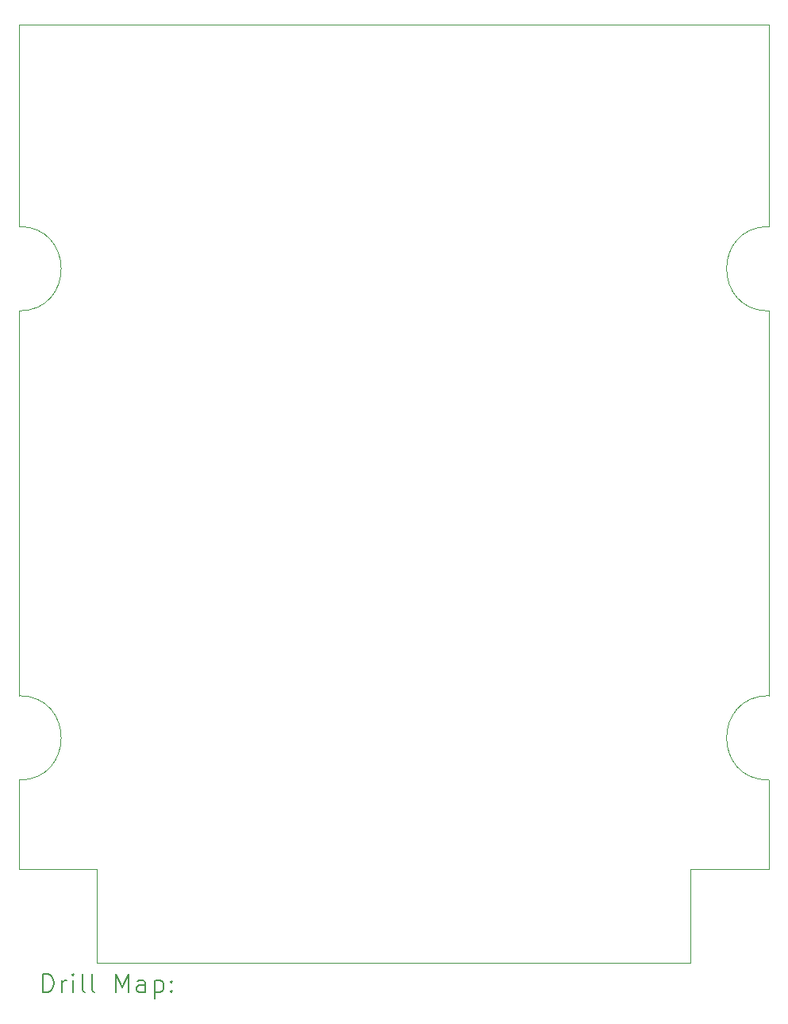
<source format=gbr>
%TF.GenerationSoftware,KiCad,Pcbnew,(6.0.9)*%
%TF.CreationDate,2023-08-23T21:36:40+02:00*%
%TF.ProjectId,p2000t-slot2-datacartridge,70323030-3074-42d7-936c-6f74322d6461,rev?*%
%TF.SameCoordinates,Original*%
%TF.FileFunction,Drillmap*%
%TF.FilePolarity,Positive*%
%FSLAX45Y45*%
G04 Gerber Fmt 4.5, Leading zero omitted, Abs format (unit mm)*
G04 Created by KiCad (PCBNEW (6.0.9)) date 2023-08-23 21:36:40*
%MOMM*%
%LPD*%
G01*
G04 APERTURE LIST*
%ADD10C,0.050000*%
%ADD11C,0.200000*%
G04 APERTURE END LIST*
D10*
X11518900Y-14290800D02*
X11552800Y-14290800D01*
X4352800Y-11790800D02*
X4352800Y-12240800D01*
X12352800Y-12440800D02*
G75*
G03*
X12352800Y-13340800I0J-450000D01*
G01*
X4352800Y-5290800D02*
X4352800Y-6790800D01*
X8352800Y-5290800D02*
X12352800Y-5290800D01*
X4352800Y-14290800D02*
X4352800Y-13590800D01*
X12352800Y-7440800D02*
G75*
G03*
X12352800Y-8340800I0J-450000D01*
G01*
X12352800Y-9220800D02*
X12352800Y-10360800D01*
X4352800Y-11790800D02*
X4352800Y-8340800D01*
X12352800Y-9220800D02*
X12352800Y-8660800D01*
X12352800Y-8350800D02*
X12352800Y-8660800D01*
X4352800Y-13590800D02*
X4352800Y-13340800D01*
X12352800Y-14290800D02*
X12352800Y-13590800D01*
X12352800Y-7220800D02*
X12352800Y-6660800D01*
X12352800Y-11880800D02*
X12352800Y-10922000D01*
X4352800Y-7240800D02*
X4352800Y-6790800D01*
X5181600Y-14290800D02*
X5152800Y-14290800D01*
X11518900Y-15290800D02*
X5181600Y-15290800D01*
X12352800Y-12440800D02*
X12352800Y-11880800D01*
X12352800Y-8350800D02*
X12352800Y-8340800D01*
X4352800Y-7440800D02*
X4352800Y-7240800D01*
X5181600Y-15290800D02*
X5181600Y-14290800D01*
X4352800Y-12440800D02*
X4352800Y-12290800D01*
X11552800Y-14290800D02*
X12352800Y-14290800D01*
X12352800Y-10922000D02*
X12352800Y-10360800D01*
X12352800Y-7440800D02*
X12352800Y-7220800D01*
X12352800Y-13590800D02*
X12352800Y-13340800D01*
X4352800Y-12290800D02*
X4352800Y-12240800D01*
X4352800Y-8340800D02*
G75*
G03*
X4352800Y-7440800I0J450000D01*
G01*
X8352800Y-5290800D02*
X4352800Y-5290800D01*
X5152800Y-14290800D02*
X4352800Y-14290800D01*
X11518900Y-15290800D02*
X11518900Y-14290800D01*
X12352800Y-6490800D02*
X12352800Y-5290800D01*
X4352800Y-13340800D02*
G75*
G03*
X4352800Y-12440800I0J450000D01*
G01*
X12352800Y-6490800D02*
X12352800Y-6660800D01*
D11*
X4607919Y-15603776D02*
X4607919Y-15403776D01*
X4655538Y-15403776D01*
X4684110Y-15413300D01*
X4703157Y-15432348D01*
X4712681Y-15451395D01*
X4722205Y-15489490D01*
X4722205Y-15518062D01*
X4712681Y-15556157D01*
X4703157Y-15575205D01*
X4684110Y-15594252D01*
X4655538Y-15603776D01*
X4607919Y-15603776D01*
X4807919Y-15603776D02*
X4807919Y-15470443D01*
X4807919Y-15508538D02*
X4817443Y-15489490D01*
X4826967Y-15479967D01*
X4846014Y-15470443D01*
X4865062Y-15470443D01*
X4931729Y-15603776D02*
X4931729Y-15470443D01*
X4931729Y-15403776D02*
X4922205Y-15413300D01*
X4931729Y-15422824D01*
X4941252Y-15413300D01*
X4931729Y-15403776D01*
X4931729Y-15422824D01*
X5055538Y-15603776D02*
X5036490Y-15594252D01*
X5026967Y-15575205D01*
X5026967Y-15403776D01*
X5160300Y-15603776D02*
X5141252Y-15594252D01*
X5131729Y-15575205D01*
X5131729Y-15403776D01*
X5388871Y-15603776D02*
X5388871Y-15403776D01*
X5455538Y-15546633D01*
X5522205Y-15403776D01*
X5522205Y-15603776D01*
X5703157Y-15603776D02*
X5703157Y-15499014D01*
X5693633Y-15479967D01*
X5674586Y-15470443D01*
X5636490Y-15470443D01*
X5617443Y-15479967D01*
X5703157Y-15594252D02*
X5684109Y-15603776D01*
X5636490Y-15603776D01*
X5617443Y-15594252D01*
X5607919Y-15575205D01*
X5607919Y-15556157D01*
X5617443Y-15537109D01*
X5636490Y-15527586D01*
X5684109Y-15527586D01*
X5703157Y-15518062D01*
X5798395Y-15470443D02*
X5798395Y-15670443D01*
X5798395Y-15479967D02*
X5817443Y-15470443D01*
X5855538Y-15470443D01*
X5874586Y-15479967D01*
X5884109Y-15489490D01*
X5893633Y-15508538D01*
X5893633Y-15565681D01*
X5884109Y-15584728D01*
X5874586Y-15594252D01*
X5855538Y-15603776D01*
X5817443Y-15603776D01*
X5798395Y-15594252D01*
X5979348Y-15584728D02*
X5988871Y-15594252D01*
X5979348Y-15603776D01*
X5969824Y-15594252D01*
X5979348Y-15584728D01*
X5979348Y-15603776D01*
X5979348Y-15479967D02*
X5988871Y-15489490D01*
X5979348Y-15499014D01*
X5969824Y-15489490D01*
X5979348Y-15479967D01*
X5979348Y-15499014D01*
M02*

</source>
